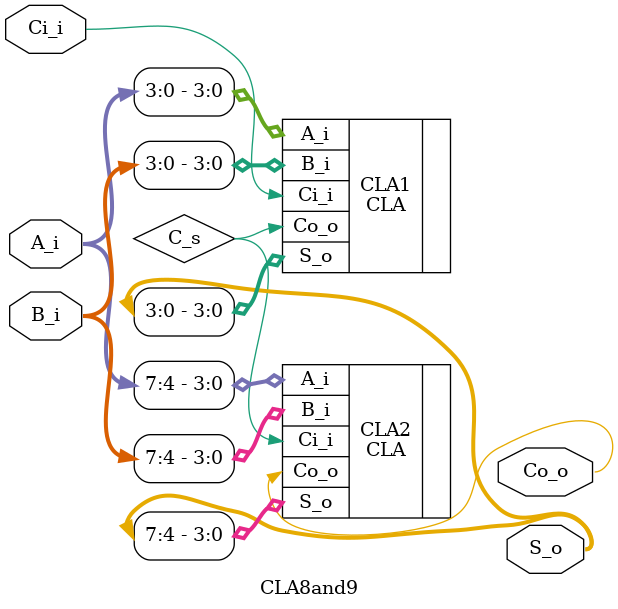
<source format=v>
module CLA8and9 #( 
    parameter WIDTH = 8
)(
    input  wire [WIDTH-1:0] A_i,
    input  wire [WIDTH-1:0] B_i,
    input  wire Ci_i,
    output wire [WIDTH-1:0] S_o,
    output wire Co_o
);

wire C_s;

CLA #(
    .WIDTH(4)
) CLA1 (
    .A_i  ( A_i[3:0] ),
    .B_i  ( B_i[3:0] ),
    .Ci_i ( Ci_i     ),
    .S_o  ( S_o[3:0] ),
    .Co_o ( C_s      )
);

CLA #(
    .WIDTH(WIDTH-4)
) CLA2 (
    .A_i  ( A_i[WIDTH-1:4] ),
    .B_i  ( B_i[WIDTH-1:4] ),
    .Ci_i ( C_s      ),
    .S_o  ( S_o[WIDTH-1:4] ),
    .Co_o ( Co_o     )
);

endmodule
</source>
